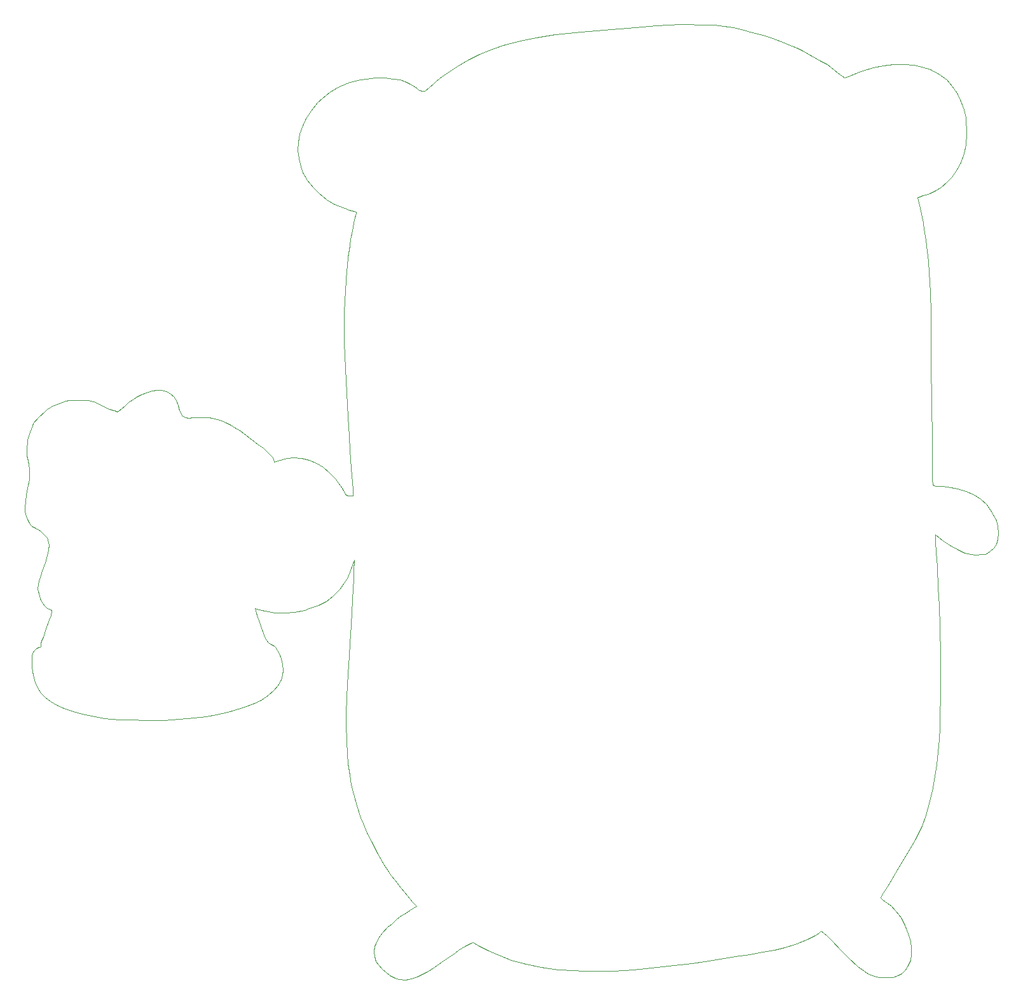
<source format=gbr>
G04 #@! TF.GenerationSoftware,KiCad,Pcbnew,(5.1.2)-1*
G04 #@! TF.CreationDate,2023-05-08T17:00:15+09:00*
G04 #@! TF.ProjectId,gopher_beer_xiao,676f7068-6572-45f6-9265-65725f786961,rev?*
G04 #@! TF.SameCoordinates,Original*
G04 #@! TF.FileFunction,Profile,NP*
%FSLAX46Y46*%
G04 Gerber Fmt 4.6, Leading zero omitted, Abs format (unit mm)*
G04 Created by KiCad (PCBNEW (5.1.2)-1) date 2023-05-08 17:00:15*
%MOMM*%
%LPD*%
G04 APERTURE LIST*
%ADD10C,0.120000*%
G04 APERTURE END LIST*
D10*
X150940000Y-59800000D02*
X151230000Y-59720000D01*
X151630000Y-59610000D02*
X151230000Y-59720000D01*
X152050000Y-59490000D02*
X151630000Y-59610000D01*
X152490000Y-59300000D02*
X152050000Y-59490000D01*
X153340000Y-58920000D02*
X152490000Y-59300000D01*
X154010000Y-58510000D02*
X153340000Y-58920000D01*
X154830000Y-57830000D02*
X154010000Y-58510000D01*
X155520000Y-57090000D02*
X154830000Y-57830000D01*
X156180000Y-56120000D02*
X155520000Y-57090000D01*
X156670000Y-55200000D02*
X156180000Y-56120000D01*
X157100000Y-53960000D02*
X156670000Y-55200000D01*
X157360000Y-52810000D02*
X157100000Y-53960000D01*
X157470000Y-51380000D02*
X157360000Y-52810000D01*
X157330000Y-49250000D02*
X157470000Y-51380000D01*
X157080000Y-48160000D02*
X157330000Y-49250000D01*
X156710000Y-47060000D02*
X157080000Y-48160000D01*
X156150000Y-45930000D02*
X156710000Y-47060000D01*
X155520000Y-45000000D02*
X156150000Y-45930000D01*
X154810000Y-44190000D02*
X155520000Y-45000000D01*
X153750000Y-43380000D02*
X154810000Y-44190000D01*
X152600000Y-42820000D02*
X153750000Y-43380000D01*
X151530000Y-42440000D02*
X152600000Y-42820000D01*
X150430000Y-42240000D02*
X151530000Y-42440000D01*
X149150000Y-42120000D02*
X150430000Y-42240000D01*
X147690000Y-42140000D02*
X149150000Y-42120000D01*
X146360000Y-42290000D02*
X147690000Y-42140000D01*
X145010000Y-42560000D02*
X146360000Y-42290000D01*
X143600000Y-42980000D02*
X145010000Y-42560000D01*
X143090000Y-43170000D02*
X143600000Y-42980000D01*
X141720000Y-43710000D02*
X143090000Y-43170000D01*
X141210000Y-43910000D02*
X141720000Y-43710000D01*
X141160000Y-43880000D02*
X141210000Y-43910000D01*
X140280000Y-43220000D02*
X141160000Y-43880000D01*
X138890000Y-42120000D02*
X140280000Y-43220000D01*
X138040000Y-41680000D02*
X138890000Y-42120000D01*
X136700000Y-40920000D02*
X138040000Y-41680000D01*
X135670000Y-40380000D02*
X136700000Y-40920000D01*
X134820000Y-39970000D02*
X135670000Y-40380000D01*
X133730000Y-39490000D02*
X134820000Y-39970000D01*
X133130000Y-39240000D02*
X133730000Y-39490000D01*
X131600000Y-38670000D02*
X133130000Y-39240000D01*
X130380000Y-38270000D02*
X131600000Y-38670000D01*
X129620000Y-38050000D02*
X130380000Y-38270000D01*
X128340000Y-37710000D02*
X129620000Y-38050000D01*
X127800000Y-37530000D02*
X128340000Y-37710000D01*
X126350000Y-37270000D02*
X127800000Y-37530000D01*
X124520000Y-36970000D02*
X126350000Y-37270000D01*
X123910000Y-36920000D02*
X124520000Y-36970000D01*
X121930000Y-36850000D02*
X123910000Y-36920000D01*
X120440000Y-36790000D02*
X121930000Y-36850000D01*
X119320000Y-36820000D02*
X120440000Y-36790000D01*
X116080000Y-37000000D02*
X119320000Y-36820000D01*
X113290000Y-37240000D02*
X116080000Y-37000000D01*
X109130000Y-37570000D02*
X113290000Y-37240000D01*
X106080000Y-37820000D02*
X109130000Y-37570000D01*
X102620000Y-38200000D02*
X106080000Y-37820000D01*
X100140000Y-38560000D02*
X102620000Y-38200000D01*
X97990000Y-39000000D02*
X100140000Y-38560000D01*
X95730000Y-39600000D02*
X97990000Y-39000000D01*
X94240000Y-40070000D02*
X95730000Y-39600000D01*
X92620000Y-40750000D02*
X94240000Y-40070000D01*
X91090000Y-41530000D02*
X92620000Y-40750000D01*
X89620000Y-42380000D02*
X91090000Y-41530000D01*
X88870000Y-42880000D02*
X89620000Y-42380000D01*
X87590000Y-43780000D02*
X88870000Y-42880000D01*
X86820000Y-44370000D02*
X87590000Y-43780000D01*
X86490000Y-44670000D02*
X86820000Y-44370000D01*
X85310000Y-45690000D02*
X86490000Y-44670000D01*
X85010000Y-45670000D02*
X85310000Y-45690000D01*
X84580000Y-45570000D02*
X85010000Y-45670000D01*
X84290000Y-45350000D02*
X84580000Y-45570000D01*
X83910000Y-45080000D02*
X84290000Y-45350000D01*
X83330000Y-44760000D02*
X83910000Y-45080000D01*
X82640000Y-44450000D02*
X83330000Y-44760000D01*
X81970000Y-44210000D02*
X82640000Y-44450000D01*
X81110000Y-44050000D02*
X81970000Y-44210000D01*
X79960000Y-43940000D02*
X81110000Y-44050000D01*
X78730000Y-43950000D02*
X79960000Y-43940000D01*
X77490000Y-44060000D02*
X78730000Y-43950000D01*
X76710000Y-44210000D02*
X77490000Y-44060000D01*
X75340000Y-44550000D02*
X76710000Y-44210000D01*
X74890000Y-44700000D02*
X75340000Y-44550000D01*
X73690000Y-45230000D02*
X74890000Y-44700000D01*
X72640000Y-45840000D02*
X73690000Y-45230000D01*
X71680000Y-46600000D02*
X72640000Y-45840000D01*
X71010000Y-47250000D02*
X71680000Y-46600000D01*
X70120000Y-48290000D02*
X71010000Y-47250000D01*
X69450000Y-49340000D02*
X70120000Y-48290000D01*
X69020000Y-50310000D02*
X69450000Y-49340000D01*
X68650000Y-51410000D02*
X69020000Y-50310000D01*
X68540000Y-51940000D02*
X68650000Y-51410000D01*
X68440000Y-52470000D02*
X68540000Y-51940000D01*
X68380000Y-53610000D02*
X68440000Y-52470000D01*
X68510000Y-54710000D02*
X68380000Y-53610000D01*
X68770000Y-55770000D02*
X68510000Y-54710000D01*
X69060000Y-56500000D02*
X68770000Y-55770000D01*
X69640000Y-57530000D02*
X69060000Y-56500000D01*
X70370000Y-58480000D02*
X69640000Y-57530000D01*
X71150000Y-59270000D02*
X70370000Y-58480000D01*
X72250000Y-60140000D02*
X71150000Y-59270000D01*
X73280000Y-60740000D02*
X72250000Y-60140000D01*
X73740000Y-60960000D02*
X73280000Y-60740000D01*
X74600000Y-61310000D02*
X73740000Y-60960000D01*
X75260000Y-61530000D02*
X74600000Y-61310000D01*
X75910000Y-61690000D02*
X75260000Y-61530000D01*
X76120000Y-61790000D02*
X75910000Y-61690000D01*
X76170000Y-61870000D02*
X76120000Y-61790000D01*
X76130000Y-61940000D02*
X76170000Y-61870000D01*
X75940000Y-62780000D02*
X76130000Y-61940000D01*
X75630000Y-64270000D02*
X75940000Y-62780000D01*
X75430000Y-65400000D02*
X75630000Y-64270000D01*
X75290000Y-66270000D02*
X75430000Y-65400000D01*
X75080000Y-67800000D02*
X75290000Y-66270000D01*
X74940000Y-68940000D02*
X75080000Y-67800000D01*
X74880000Y-69600000D02*
X74940000Y-68940000D01*
X74770000Y-70910000D02*
X74880000Y-69600000D01*
X74700000Y-72170000D02*
X74770000Y-70910000D01*
X74610000Y-73710000D02*
X74700000Y-72170000D01*
X74560000Y-75080000D02*
X74610000Y-73710000D01*
X74560000Y-76090000D02*
X74560000Y-75080000D01*
X74550000Y-77790000D02*
X74560000Y-76090000D01*
X74570000Y-79190000D02*
X74550000Y-77790000D01*
X74640000Y-80730000D02*
X74570000Y-79190000D01*
X74680000Y-82650000D02*
X74640000Y-80730000D01*
X74870000Y-85810000D02*
X74680000Y-82650000D01*
X75070000Y-89060000D02*
X74870000Y-85810000D01*
X75220000Y-91600000D02*
X75070000Y-89060000D01*
X75350000Y-93520000D02*
X75220000Y-91600000D01*
X75510000Y-95790000D02*
X75350000Y-93520000D01*
X75600000Y-96870000D02*
X75510000Y-95790000D01*
X75710000Y-98660000D02*
X75600000Y-96870000D01*
X75740000Y-99520000D02*
X75710000Y-98660000D01*
X75490000Y-99530000D02*
X75740000Y-99520000D01*
X75030000Y-99520000D02*
X75490000Y-99530000D01*
X74920000Y-99490000D02*
X75030000Y-99520000D01*
X74820000Y-99440000D02*
X74920000Y-99490000D01*
X74740000Y-99310000D02*
X74820000Y-99440000D01*
X74450000Y-98840000D02*
X74740000Y-99310000D01*
X74270000Y-98530000D02*
X74450000Y-98840000D01*
X73790000Y-97850000D02*
X74270000Y-98530000D01*
X73460000Y-97380000D02*
X73790000Y-97850000D01*
X72590000Y-96460000D02*
X73460000Y-97380000D01*
X71780000Y-95770000D02*
X72590000Y-96460000D01*
X70900000Y-95200000D02*
X71780000Y-95770000D01*
X69930000Y-94790000D02*
X70900000Y-95200000D01*
X68880000Y-94520000D02*
X69930000Y-94790000D01*
X67890000Y-94460000D02*
X68880000Y-94520000D01*
X66950000Y-94560000D02*
X67890000Y-94460000D01*
X65750000Y-94880000D02*
X66950000Y-94560000D01*
X65220000Y-95030000D02*
X65750000Y-94880000D01*
X65120000Y-94630000D02*
X65220000Y-95030000D01*
X64970000Y-94390000D02*
X65120000Y-94630000D01*
X64660000Y-94010000D02*
X64970000Y-94390000D01*
X64260000Y-93640000D02*
X64660000Y-94010000D01*
X63770000Y-93230000D02*
X64260000Y-93640000D01*
X63010000Y-92650000D02*
X63770000Y-93230000D01*
X62310000Y-92090000D02*
X63010000Y-92650000D01*
X61170000Y-91270000D02*
X62310000Y-92090000D01*
X60740000Y-90950000D02*
X61170000Y-91270000D01*
X60000000Y-90470000D02*
X60740000Y-90950000D01*
X59440000Y-90150000D02*
X60000000Y-90470000D01*
X58830000Y-89840000D02*
X59440000Y-90150000D01*
X58240000Y-89580000D02*
X58830000Y-89840000D01*
X57660000Y-89390000D02*
X58240000Y-89580000D01*
X56970000Y-89210000D02*
X57660000Y-89390000D01*
X56620000Y-89160000D02*
X56970000Y-89210000D01*
X56040000Y-89130000D02*
X56620000Y-89160000D01*
X55330000Y-89140000D02*
X56040000Y-89130000D01*
X54490000Y-89170000D02*
X55330000Y-89140000D01*
X53840000Y-89190000D02*
X54490000Y-89170000D01*
X53440000Y-89150000D02*
X53840000Y-89190000D01*
X53250000Y-89060000D02*
X53440000Y-89150000D01*
X53000000Y-88880000D02*
X53250000Y-89060000D01*
X52840000Y-88640000D02*
X53000000Y-88880000D01*
X52650000Y-88190000D02*
X52840000Y-88640000D01*
X52460000Y-87510000D02*
X52650000Y-88190000D01*
X52180000Y-86810000D02*
X52460000Y-87510000D01*
X51860000Y-86350000D02*
X52180000Y-86810000D01*
X51440000Y-85970000D02*
X51860000Y-86350000D01*
X50950000Y-85700000D02*
X51440000Y-85970000D01*
X50130000Y-85510000D02*
X50950000Y-85700000D01*
X49660000Y-85530000D02*
X50130000Y-85510000D01*
X49020000Y-85580000D02*
X49660000Y-85530000D01*
X48230000Y-85800000D02*
X49020000Y-85580000D01*
X47530000Y-86100000D02*
X48230000Y-85800000D01*
X46900000Y-86440000D02*
X47530000Y-86100000D01*
X46490000Y-86700000D02*
X46900000Y-86440000D01*
X45890000Y-87120000D02*
X46490000Y-86700000D01*
X45320000Y-87580000D02*
X45890000Y-87120000D01*
X44490000Y-88250000D02*
X45320000Y-87580000D01*
X44290000Y-88410000D02*
X44490000Y-88250000D01*
X43960000Y-88210000D02*
X44290000Y-88410000D01*
X43840000Y-88160000D02*
X43960000Y-88210000D01*
X43630000Y-88080000D02*
X43840000Y-88160000D01*
X43290000Y-88010000D02*
X43630000Y-88080000D01*
X43050000Y-87910000D02*
X43290000Y-88010000D01*
X42660000Y-87720000D02*
X43050000Y-87910000D01*
X42230000Y-87480000D02*
X42660000Y-87720000D01*
X41820000Y-87300000D02*
X42230000Y-87480000D01*
X41170000Y-87030000D02*
X41820000Y-87300000D01*
X40470000Y-86870000D02*
X41170000Y-87030000D01*
X39770000Y-86840000D02*
X40470000Y-86870000D01*
X38910000Y-86830000D02*
X39770000Y-86840000D01*
X38000000Y-86870000D02*
X38910000Y-86830000D01*
X37490000Y-86960000D02*
X38000000Y-86870000D01*
X37010000Y-87060000D02*
X37490000Y-86960000D01*
X36600000Y-87240000D02*
X37010000Y-87060000D01*
X35730000Y-87640000D02*
X36600000Y-87240000D01*
X35450000Y-87760000D02*
X35730000Y-87640000D01*
X34970000Y-88070000D02*
X35450000Y-87760000D01*
X34730000Y-88250000D02*
X34970000Y-88070000D01*
X33830000Y-89130000D02*
X34730000Y-88250000D01*
X33190000Y-89930000D02*
X33830000Y-89130000D01*
X33050000Y-90230000D02*
X33190000Y-89930000D01*
X32690000Y-91080000D02*
X33050000Y-90230000D01*
X32420000Y-92120000D02*
X32690000Y-91080000D01*
X32360000Y-92540000D02*
X32420000Y-92120000D01*
X32300000Y-93110000D02*
X32360000Y-92540000D01*
X32310000Y-94230000D02*
X32300000Y-93110000D01*
X32480000Y-94920000D02*
X32310000Y-94230000D01*
X32560000Y-95360000D02*
X32480000Y-94920000D01*
X32680000Y-96010000D02*
X32560000Y-95360000D01*
X32670000Y-96580000D02*
X32680000Y-96010000D01*
X32600000Y-97320000D02*
X32670000Y-96580000D01*
X32390000Y-98530000D02*
X32600000Y-97320000D01*
X32230000Y-99410000D02*
X32390000Y-98530000D01*
X32100000Y-100280000D02*
X32230000Y-99410000D01*
X32050000Y-101040000D02*
X32100000Y-100280000D01*
X32080000Y-101680000D02*
X32050000Y-101040000D01*
X32180000Y-102230000D02*
X32080000Y-101680000D01*
X32370000Y-102700000D02*
X32180000Y-102230000D01*
X32620000Y-103160000D02*
X32370000Y-102700000D01*
X32820000Y-103400000D02*
X32620000Y-103160000D01*
X33020000Y-103610000D02*
X32820000Y-103400000D01*
X33350000Y-103810000D02*
X33020000Y-103610000D01*
X34060000Y-104240000D02*
X33350000Y-103810000D01*
X34610000Y-104670000D02*
X34060000Y-104240000D01*
X34990000Y-105160000D02*
X34610000Y-104670000D01*
X35240000Y-106070000D02*
X34990000Y-105160000D01*
X35210000Y-106740000D02*
X35240000Y-106070000D01*
X35040000Y-107480000D02*
X35210000Y-106740000D01*
X34740000Y-108420000D02*
X35040000Y-107480000D01*
X34330000Y-109510000D02*
X34740000Y-108420000D01*
X34130000Y-110100000D02*
X34330000Y-109510000D01*
X33930000Y-110870000D02*
X34130000Y-110100000D01*
X33820000Y-111320000D02*
X33930000Y-110870000D01*
X33760000Y-111880000D02*
X33820000Y-111320000D01*
X33830000Y-112320000D02*
X33760000Y-111880000D01*
X33870000Y-112490000D02*
X33830000Y-112320000D01*
X34070000Y-113230000D02*
X33870000Y-112490000D01*
X34380000Y-113820000D02*
X34070000Y-113230000D01*
X34680000Y-114220000D02*
X34380000Y-113820000D01*
X35040000Y-114510000D02*
X34680000Y-114220000D01*
X35560000Y-114710000D02*
X35040000Y-114510000D01*
X35640000Y-114830000D02*
X35560000Y-114710000D01*
X35490000Y-115460000D02*
X35640000Y-114830000D01*
X35280000Y-116070000D02*
X35490000Y-115460000D01*
X34880000Y-117230000D02*
X35280000Y-116070000D01*
X34480000Y-118310000D02*
X34880000Y-117230000D01*
X34260000Y-118840000D02*
X34480000Y-118310000D01*
X34130000Y-119220000D02*
X34260000Y-118840000D01*
X34150000Y-119450000D02*
X34130000Y-119220000D01*
X34180000Y-119650000D02*
X34150000Y-119450000D01*
X34110000Y-119700000D02*
X34180000Y-119650000D01*
X33930000Y-119730000D02*
X34110000Y-119700000D01*
X33590000Y-119840000D02*
X33930000Y-119730000D01*
X33280000Y-120120000D02*
X33590000Y-119840000D01*
X33090000Y-120490000D02*
X33280000Y-120120000D01*
X33010000Y-120910000D02*
X33090000Y-120490000D01*
X32990000Y-121550000D02*
X33010000Y-120910000D01*
X32990000Y-122240000D02*
X32990000Y-121550000D01*
X33060000Y-122880000D02*
X32990000Y-122240000D01*
X33160000Y-123420000D02*
X33060000Y-122880000D01*
X33420000Y-124340000D02*
X33160000Y-123420000D01*
X33740000Y-125080000D02*
X33420000Y-124340000D01*
X34180000Y-125760000D02*
X33740000Y-125080000D01*
X34750000Y-126380000D02*
X34180000Y-125760000D01*
X35410000Y-126910000D02*
X34750000Y-126380000D01*
X36260000Y-127380000D02*
X35410000Y-126910000D01*
X37250000Y-127840000D02*
X36260000Y-127380000D01*
X38490000Y-128260000D02*
X37250000Y-127840000D01*
X39640000Y-128590000D02*
X38490000Y-128260000D01*
X40930000Y-128880000D02*
X39640000Y-128590000D01*
X42670000Y-129150000D02*
X40930000Y-128880000D01*
X44630000Y-129310000D02*
X42670000Y-129150000D01*
X45860000Y-129380000D02*
X44630000Y-129310000D01*
X48440000Y-129400000D02*
X45860000Y-129380000D01*
X50590000Y-129390000D02*
X48440000Y-129400000D01*
X52500000Y-129280000D02*
X50590000Y-129390000D01*
X54550000Y-129110000D02*
X52500000Y-129280000D01*
X56160000Y-128890000D02*
X54550000Y-129110000D01*
X57570000Y-128640000D02*
X56160000Y-128890000D01*
X59090000Y-128290000D02*
X57570000Y-128640000D01*
X61010000Y-127720000D02*
X59090000Y-128290000D01*
X62430000Y-127200000D02*
X61010000Y-127720000D01*
X63510000Y-126680000D02*
X62430000Y-127200000D01*
X64460000Y-126070000D02*
X63510000Y-126680000D01*
X65160000Y-125480000D02*
X64460000Y-126070000D01*
X65760000Y-124770000D02*
X65160000Y-125480000D01*
X66140000Y-124040000D02*
X65760000Y-124770000D01*
X66360000Y-123440000D02*
X66140000Y-124040000D01*
X66430000Y-122710000D02*
X66360000Y-123440000D01*
X66330000Y-121970000D02*
X66430000Y-122710000D01*
X66150000Y-121190000D02*
X66330000Y-121970000D01*
X65900000Y-120520000D02*
X66150000Y-121190000D01*
X65690000Y-120140000D02*
X65900000Y-120520000D01*
X65440000Y-119700000D02*
X65690000Y-120140000D01*
X65220000Y-119490000D02*
X65440000Y-119700000D01*
X65030000Y-119440000D02*
X65220000Y-119490000D01*
X64750000Y-119310000D02*
X65030000Y-119440000D01*
X64460000Y-119060000D02*
X64750000Y-119310000D01*
X64230000Y-118760000D02*
X64460000Y-119060000D01*
X63990000Y-118310000D02*
X64230000Y-118760000D01*
X63780000Y-117800000D02*
X63990000Y-118310000D01*
X63550000Y-117160000D02*
X63780000Y-117800000D01*
X63280000Y-116410000D02*
X63550000Y-117160000D01*
X62970000Y-115440000D02*
X63280000Y-116410000D01*
X62870000Y-115120000D02*
X62970000Y-115440000D01*
X62710000Y-114550000D02*
X62870000Y-115120000D01*
X62960000Y-114600000D02*
X62710000Y-114550000D01*
X63510000Y-114760000D02*
X62960000Y-114600000D01*
X64020000Y-114900000D02*
X63510000Y-114760000D01*
X65350000Y-115100000D02*
X64020000Y-114900000D01*
X66570000Y-115120000D02*
X65350000Y-115100000D01*
X67910000Y-115010000D02*
X66570000Y-115120000D01*
X69270000Y-114750000D02*
X67910000Y-115010000D01*
X69910000Y-114570000D02*
X69270000Y-114750000D01*
X71130000Y-114080000D02*
X69910000Y-114570000D01*
X72150000Y-113560000D02*
X71130000Y-114080000D01*
X73050000Y-112890000D02*
X72150000Y-113560000D01*
X73940000Y-112000000D02*
X73050000Y-112890000D01*
X74560000Y-111140000D02*
X73940000Y-112000000D01*
X75030000Y-110340000D02*
X74560000Y-111140000D01*
X75400000Y-109460000D02*
X75030000Y-110340000D01*
X75910000Y-108070000D02*
X75400000Y-109460000D01*
X75910000Y-108230000D02*
X75910000Y-108070000D01*
X75830000Y-109270000D02*
X75910000Y-108230000D01*
X75780000Y-110670000D02*
X75830000Y-109270000D01*
X75740000Y-111940000D02*
X75780000Y-110670000D01*
X75680000Y-113400000D02*
X75740000Y-111940000D01*
X75600000Y-115020000D02*
X75680000Y-113400000D01*
X75490000Y-116760000D02*
X75600000Y-115020000D01*
X75320000Y-119170000D02*
X75490000Y-116760000D01*
X75190000Y-120910000D02*
X75320000Y-119170000D01*
X75020000Y-123220000D02*
X75190000Y-120910000D01*
X74850000Y-126330000D02*
X75020000Y-123220000D01*
X74800000Y-128620000D02*
X74850000Y-126330000D01*
X74800000Y-130020000D02*
X74800000Y-128620000D01*
X74850000Y-132020000D02*
X74800000Y-130020000D01*
X74980000Y-133890000D02*
X74850000Y-132020000D01*
X75090000Y-135170000D02*
X74980000Y-133890000D01*
X75290000Y-136730000D02*
X75090000Y-135170000D01*
X75510000Y-137970000D02*
X75290000Y-136730000D01*
X75780000Y-139240000D02*
X75510000Y-137970000D01*
X76210000Y-140760000D02*
X75780000Y-139240000D01*
X76780000Y-142360000D02*
X76210000Y-140760000D01*
X77110000Y-143170000D02*
X76780000Y-142360000D01*
X77620000Y-144420000D02*
X77110000Y-143170000D01*
X78250000Y-145720000D02*
X77620000Y-144420000D01*
X78960000Y-147050000D02*
X78250000Y-145720000D01*
X79740000Y-148370000D02*
X78960000Y-147050000D01*
X80840000Y-150060000D02*
X79740000Y-148370000D01*
X81320000Y-150700000D02*
X80840000Y-150060000D01*
X82080000Y-151730000D02*
X81320000Y-150700000D01*
X83000000Y-152830000D02*
X82080000Y-151730000D01*
X83650000Y-153580000D02*
X83000000Y-152830000D01*
X84170000Y-154170000D02*
X83650000Y-153580000D01*
X83370000Y-154640000D02*
X84170000Y-154170000D01*
X82760000Y-155060000D02*
X83370000Y-154640000D01*
X82010000Y-155540000D02*
X82760000Y-155060000D01*
X81470000Y-155970000D02*
X82010000Y-155540000D01*
X80860000Y-156500000D02*
X81470000Y-155970000D01*
X80310000Y-156980000D02*
X80860000Y-156500000D01*
X79650000Y-157700000D02*
X80310000Y-156980000D01*
X79110000Y-158420000D02*
X79650000Y-157700000D01*
X78750000Y-159140000D02*
X79110000Y-158420000D01*
X78650000Y-159480000D02*
X78750000Y-159140000D01*
X78560000Y-160150000D02*
X78650000Y-159480000D01*
X78630000Y-160860000D02*
X78560000Y-160150000D01*
X78820000Y-161490000D02*
X78630000Y-160860000D01*
X79080000Y-161920000D02*
X78820000Y-161490000D01*
X79630000Y-162560000D02*
X79080000Y-161920000D01*
X80120000Y-162990000D02*
X79630000Y-162560000D01*
X80650000Y-163370000D02*
X80120000Y-162990000D01*
X81310000Y-163720000D02*
X80650000Y-163370000D01*
X81870000Y-163880000D02*
X81310000Y-163720000D01*
X82030000Y-163910000D02*
X81870000Y-163880000D01*
X82650000Y-163950000D02*
X82030000Y-163910000D01*
X83200000Y-163870000D02*
X82650000Y-163950000D01*
X83760000Y-163750000D02*
X83200000Y-163870000D01*
X84320000Y-163540000D02*
X83760000Y-163750000D01*
X84960000Y-163250000D02*
X84320000Y-163540000D01*
X85650000Y-162840000D02*
X84960000Y-163250000D01*
X86580000Y-162250000D02*
X85650000Y-162840000D01*
X87490000Y-161620000D02*
X86580000Y-162250000D01*
X88510000Y-160910000D02*
X87490000Y-161620000D01*
X89240000Y-160420000D02*
X88510000Y-160910000D01*
X89810000Y-160010000D02*
X89240000Y-160420000D01*
X90610000Y-159530000D02*
X89810000Y-160010000D01*
X91460000Y-159100000D02*
X90610000Y-159530000D01*
X91730000Y-158980000D02*
X91460000Y-159100000D01*
X92440000Y-159420000D02*
X91730000Y-158980000D01*
X93730000Y-160070000D02*
X92440000Y-159420000D01*
X94920000Y-160620000D02*
X93730000Y-160070000D01*
X95380000Y-160800000D02*
X94920000Y-160620000D01*
X96850000Y-161310000D02*
X95380000Y-160800000D01*
X98800000Y-161850000D02*
X96850000Y-161310000D01*
X100780000Y-162270000D02*
X98800000Y-161850000D01*
X101330000Y-162340000D02*
X100780000Y-162270000D01*
X103080000Y-162580000D02*
X101330000Y-162340000D01*
X103460000Y-162610000D02*
X103080000Y-162580000D01*
X104980000Y-162730000D02*
X103460000Y-162610000D01*
X106550000Y-162790000D02*
X104980000Y-162730000D01*
X107910000Y-162820000D02*
X106550000Y-162790000D01*
X108990000Y-162810000D02*
X107910000Y-162820000D01*
X110180000Y-162770000D02*
X108990000Y-162810000D01*
X111870000Y-162690000D02*
X110180000Y-162770000D01*
X113920000Y-162550000D02*
X111870000Y-162690000D01*
X115420000Y-162400000D02*
X113920000Y-162550000D01*
X118490000Y-162070000D02*
X115420000Y-162400000D01*
X120850000Y-161750000D02*
X118490000Y-162070000D01*
X122540000Y-161510000D02*
X120850000Y-161750000D01*
X124640000Y-161170000D02*
X122540000Y-161510000D01*
X126600000Y-160860000D02*
X124640000Y-161170000D01*
X128600000Y-160550000D02*
X126600000Y-160860000D01*
X130220000Y-160260000D02*
X128600000Y-160550000D01*
X131850000Y-159960000D02*
X130220000Y-160260000D01*
X133220000Y-159620000D02*
X131850000Y-159960000D01*
X134850000Y-159150000D02*
X133220000Y-159620000D01*
X136290000Y-158540000D02*
X134850000Y-159150000D01*
X137100000Y-158120000D02*
X136290000Y-158540000D01*
X137740000Y-157780000D02*
X137100000Y-158120000D01*
X137920000Y-157630000D02*
X137740000Y-157780000D01*
X138090000Y-157460000D02*
X137920000Y-157630000D01*
X138790000Y-158040000D02*
X138090000Y-157460000D01*
X139420000Y-158660000D02*
X138790000Y-158040000D01*
X140800000Y-160090000D02*
X139420000Y-158660000D01*
X141660000Y-160980000D02*
X140800000Y-160090000D01*
X142920000Y-162170000D02*
X141660000Y-160980000D01*
X143770000Y-162820000D02*
X142920000Y-162170000D01*
X144430000Y-163180000D02*
X143770000Y-162820000D01*
X145390000Y-163520000D02*
X144430000Y-163180000D01*
X145840000Y-163600000D02*
X145390000Y-163520000D01*
X146440000Y-163660000D02*
X145840000Y-163600000D01*
X147070000Y-163650000D02*
X146440000Y-163660000D01*
X147620000Y-163610000D02*
X147070000Y-163650000D01*
X148290000Y-163420000D02*
X147620000Y-163610000D01*
X148830000Y-163100000D02*
X148290000Y-163420000D01*
X149300000Y-162620000D02*
X148830000Y-163100000D01*
X149670000Y-162040000D02*
X149300000Y-162620000D01*
X149960000Y-161310000D02*
X149670000Y-162040000D01*
X150090000Y-160590000D02*
X149960000Y-161310000D01*
X150100000Y-159690000D02*
X150090000Y-160590000D01*
X149960000Y-158810000D02*
X150100000Y-159690000D01*
X149680000Y-157790000D02*
X149960000Y-158810000D01*
X149250000Y-156720000D02*
X149680000Y-157790000D01*
X148680000Y-155700000D02*
X149250000Y-156720000D01*
X148050000Y-154820000D02*
X148680000Y-155700000D01*
X147340000Y-154080000D02*
X148050000Y-154820000D01*
X147220000Y-153980000D02*
X147340000Y-154080000D01*
X146280000Y-153270000D02*
X147220000Y-153980000D01*
X146070000Y-153110000D02*
X146280000Y-153270000D01*
X145990000Y-153030000D02*
X146070000Y-153110000D01*
X146200000Y-152630000D02*
X145990000Y-153030000D01*
X146990000Y-151320000D02*
X146200000Y-152630000D01*
X147990000Y-149710000D02*
X146990000Y-151320000D01*
X150600000Y-145370000D02*
X147990000Y-149710000D01*
X151490000Y-143500000D02*
X150600000Y-145370000D01*
X151980000Y-142060000D02*
X151490000Y-143500000D01*
X152500000Y-140220000D02*
X151980000Y-142060000D01*
X152940000Y-138400000D02*
X152500000Y-140220000D01*
X153450000Y-135280000D02*
X152940000Y-138400000D01*
X153640000Y-133630000D02*
X153450000Y-135280000D01*
X153770000Y-131980000D02*
X153640000Y-133630000D01*
X153860000Y-130330000D02*
X153770000Y-131980000D01*
X153920000Y-128560000D02*
X153860000Y-130330000D01*
X153970000Y-126450000D02*
X153920000Y-128560000D01*
X153960000Y-124850000D02*
X153970000Y-126450000D01*
X153980000Y-121820000D02*
X153960000Y-124850000D01*
X153960000Y-119800000D02*
X153980000Y-121820000D01*
X153910000Y-118020000D02*
X153960000Y-119800000D01*
X153890000Y-117000000D02*
X153910000Y-118020000D01*
X153780000Y-114120000D02*
X153890000Y-117000000D01*
X153670000Y-111850000D02*
X153780000Y-114120000D01*
X153510000Y-108930000D02*
X153670000Y-111850000D01*
X153410000Y-107080000D02*
X153510000Y-108930000D01*
X153320000Y-105600000D02*
X153410000Y-107080000D01*
X153280000Y-104720000D02*
X153320000Y-105600000D01*
X153360000Y-104790000D02*
X153280000Y-104720000D01*
X154190000Y-105460000D02*
X153360000Y-104790000D01*
X155230000Y-106150000D02*
X154190000Y-105460000D01*
X156310000Y-106740000D02*
X155230000Y-106150000D01*
X157220000Y-107130000D02*
X156310000Y-106740000D01*
X157620000Y-107250000D02*
X157220000Y-107130000D01*
X158050000Y-107330000D02*
X157620000Y-107250000D01*
X158700000Y-107380000D02*
X158050000Y-107330000D01*
X159490000Y-107370000D02*
X158700000Y-107380000D01*
X159710000Y-107350000D02*
X159490000Y-107370000D01*
X159950000Y-107310000D02*
X159710000Y-107350000D01*
X160570000Y-106940000D02*
X159950000Y-107310000D01*
X161040000Y-106500000D02*
X160570000Y-106940000D01*
X161420000Y-105940000D02*
X161040000Y-106500000D01*
X161620000Y-105300000D02*
X161420000Y-105940000D01*
X161700000Y-104510000D02*
X161620000Y-105300000D01*
X161600000Y-103580000D02*
X161700000Y-104510000D01*
X161380000Y-102860000D02*
X161600000Y-103580000D01*
X161000000Y-102070000D02*
X161380000Y-102860000D01*
X160650000Y-101450000D02*
X161000000Y-102070000D01*
X160040000Y-100670000D02*
X160650000Y-101450000D01*
X159280000Y-99980000D02*
X160040000Y-100670000D01*
X158400000Y-99390000D02*
X159280000Y-99980000D01*
X157360000Y-98920000D02*
X158400000Y-99390000D01*
X156270000Y-98590000D02*
X157360000Y-98920000D01*
X154860000Y-98330000D02*
X156270000Y-98590000D01*
X154220000Y-98300000D02*
X154860000Y-98330000D01*
X153410000Y-98290000D02*
X154220000Y-98300000D01*
X153110000Y-98220000D02*
X153410000Y-98290000D01*
X152920000Y-98120000D02*
X153110000Y-98220000D01*
X152880000Y-97380000D02*
X152920000Y-98120000D01*
X152870000Y-96440000D02*
X152880000Y-97380000D01*
X152840000Y-93880000D02*
X152870000Y-96440000D01*
X152830000Y-91000000D02*
X152840000Y-93880000D01*
X152780000Y-88360000D02*
X152830000Y-91000000D01*
X152750000Y-85930000D02*
X152780000Y-88360000D01*
X152730000Y-83220000D02*
X152750000Y-85930000D01*
X152690000Y-78920000D02*
X152730000Y-83220000D01*
X152670000Y-77110000D02*
X152690000Y-78920000D01*
X152670000Y-75190000D02*
X152670000Y-77110000D01*
X152640000Y-72570000D02*
X152670000Y-75190000D01*
X152560000Y-71110000D02*
X152640000Y-72570000D01*
X152330000Y-68370000D02*
X152560000Y-71110000D01*
X152130000Y-66280000D02*
X152330000Y-68370000D01*
X152000000Y-65530000D02*
X152130000Y-66280000D01*
X151790000Y-64070000D02*
X152000000Y-65530000D01*
X151650000Y-63200000D02*
X151790000Y-64070000D01*
X151270000Y-61250000D02*
X151650000Y-63200000D01*
X150940000Y-59800000D02*
X151270000Y-61250000D01*
M02*

</source>
